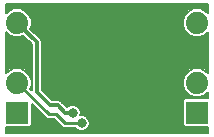
<source format=gbl>
G75*
%MOIN*%
%OFA0B0*%
%FSLAX25Y25*%
%IPPOS*%
%LPD*%
%AMOC8*
5,1,8,0,0,1.08239X$1,22.5*
%
%ADD10R,0.07400X0.07400*%
%ADD11C,0.07400*%
%ADD12C,0.03200*%
%ADD13C,0.01000*%
%ADD14C,0.01200*%
%ADD15C,0.00600*%
D10*
X0014867Y0012167D03*
X0074867Y0012167D03*
D11*
X0074867Y0022167D03*
X0074867Y0032167D03*
X0074867Y0042167D03*
X0014867Y0042167D03*
X0014867Y0032167D03*
X0014867Y0022167D03*
D12*
X0024867Y0021167D03*
X0028867Y0021167D03*
X0032867Y0021167D03*
X0033367Y0012167D03*
X0036367Y0008667D03*
X0027367Y0007167D03*
X0022867Y0007167D03*
X0048867Y0024167D03*
X0051867Y0021167D03*
X0055867Y0021167D03*
X0059867Y0021167D03*
X0062867Y0024167D03*
X0059367Y0012167D03*
X0059367Y0008167D03*
X0063767Y0008167D03*
X0068167Y0008167D03*
X0057367Y0037667D03*
X0051367Y0037667D03*
X0051367Y0041667D03*
X0051367Y0045667D03*
D13*
X0025367Y0011667D02*
X0014867Y0022167D01*
X0025367Y0011667D02*
X0027867Y0011667D01*
X0030867Y0008667D01*
X0036367Y0008667D01*
D14*
X0033367Y0012167D02*
X0030867Y0012167D01*
X0028367Y0014667D01*
X0025867Y0014667D01*
X0021367Y0019167D01*
X0021367Y0035667D01*
X0014867Y0042167D01*
D15*
X0011167Y0007367D02*
X0011167Y0005467D01*
X0078488Y0005467D01*
X0078488Y0007367D01*
X0070711Y0007367D01*
X0070067Y0008011D01*
X0070067Y0016322D01*
X0070711Y0016967D01*
X0078488Y0016967D01*
X0078488Y0019000D01*
X0077586Y0018097D01*
X0075821Y0017367D01*
X0073912Y0017367D01*
X0072148Y0018097D01*
X0070797Y0019448D01*
X0070067Y0021212D01*
X0070067Y0023121D01*
X0070797Y0024886D01*
X0072148Y0026236D01*
X0073912Y0026967D01*
X0075821Y0026967D01*
X0077586Y0026236D01*
X0078488Y0025334D01*
X0078488Y0039000D01*
X0077586Y0038097D01*
X0075821Y0037367D01*
X0073912Y0037367D01*
X0072148Y0038097D01*
X0070797Y0039448D01*
X0070067Y0041212D01*
X0070067Y0043121D01*
X0070797Y0044886D01*
X0072148Y0046236D01*
X0073912Y0046967D01*
X0075821Y0046967D01*
X0077586Y0046236D01*
X0078488Y0045334D01*
X0078488Y0048567D01*
X0011167Y0048567D01*
X0011167Y0045255D01*
X0012148Y0046236D01*
X0013912Y0046967D01*
X0015821Y0046967D01*
X0017586Y0046236D01*
X0018936Y0044886D01*
X0019667Y0043121D01*
X0019667Y0041212D01*
X0019245Y0040193D01*
X0023067Y0036371D01*
X0023067Y0019871D01*
X0026571Y0016367D01*
X0029071Y0016367D01*
X0030067Y0015371D01*
X0031410Y0014028D01*
X0031837Y0014456D01*
X0032830Y0014867D01*
X0033904Y0014867D01*
X0034896Y0014456D01*
X0035656Y0013696D01*
X0036067Y0012704D01*
X0036067Y0011630D01*
X0035958Y0011367D01*
X0036904Y0011367D01*
X0037896Y0010956D01*
X0038656Y0010196D01*
X0039067Y0009204D01*
X0039067Y0008130D01*
X0038656Y0007137D01*
X0037896Y0006378D01*
X0036904Y0005967D01*
X0035830Y0005967D01*
X0034837Y0006378D01*
X0034148Y0007067D01*
X0030204Y0007067D01*
X0027204Y0010067D01*
X0024704Y0010067D01*
X0019667Y0015104D01*
X0019667Y0008011D01*
X0019022Y0007367D01*
X0011167Y0007367D01*
X0011167Y0007159D02*
X0030111Y0007159D01*
X0029513Y0007758D02*
X0019413Y0007758D01*
X0019667Y0008356D02*
X0028914Y0008356D01*
X0028316Y0008955D02*
X0019667Y0008955D01*
X0019667Y0009553D02*
X0027717Y0009553D01*
X0024619Y0010152D02*
X0019667Y0010152D01*
X0019667Y0010750D02*
X0024020Y0010750D01*
X0023422Y0011349D02*
X0019667Y0011349D01*
X0019667Y0011947D02*
X0022823Y0011947D01*
X0022225Y0012546D02*
X0019667Y0012546D01*
X0019667Y0013144D02*
X0021626Y0013144D01*
X0021028Y0013743D02*
X0019667Y0013743D01*
X0019667Y0014341D02*
X0020429Y0014341D01*
X0019831Y0014940D02*
X0019667Y0014940D01*
X0025005Y0017932D02*
X0072546Y0017932D01*
X0071714Y0018531D02*
X0024407Y0018531D01*
X0023808Y0019129D02*
X0071116Y0019129D01*
X0070681Y0019728D02*
X0023210Y0019728D01*
X0023067Y0020326D02*
X0070433Y0020326D01*
X0070185Y0020925D02*
X0023067Y0020925D01*
X0023067Y0021523D02*
X0070067Y0021523D01*
X0070067Y0022122D02*
X0023067Y0022122D01*
X0023067Y0022721D02*
X0070067Y0022721D01*
X0070149Y0023319D02*
X0023067Y0023319D01*
X0023067Y0023918D02*
X0070396Y0023918D01*
X0070644Y0024516D02*
X0023067Y0024516D01*
X0023067Y0025115D02*
X0071026Y0025115D01*
X0071625Y0025713D02*
X0023067Y0025713D01*
X0023067Y0026312D02*
X0072330Y0026312D01*
X0073775Y0026910D02*
X0023067Y0026910D01*
X0023067Y0027509D02*
X0078488Y0027509D01*
X0078488Y0028107D02*
X0023067Y0028107D01*
X0023067Y0028706D02*
X0078488Y0028706D01*
X0078488Y0029304D02*
X0023067Y0029304D01*
X0023067Y0029903D02*
X0078488Y0029903D01*
X0078488Y0030501D02*
X0023067Y0030501D01*
X0023067Y0031100D02*
X0078488Y0031100D01*
X0078488Y0031698D02*
X0023067Y0031698D01*
X0023067Y0032297D02*
X0078488Y0032297D01*
X0078488Y0032895D02*
X0023067Y0032895D01*
X0023067Y0033494D02*
X0078488Y0033494D01*
X0078488Y0034092D02*
X0023067Y0034092D01*
X0023067Y0034691D02*
X0078488Y0034691D01*
X0078488Y0035289D02*
X0023067Y0035289D01*
X0023067Y0035888D02*
X0078488Y0035888D01*
X0078488Y0036486D02*
X0022951Y0036486D01*
X0022353Y0037085D02*
X0078488Y0037085D01*
X0078488Y0037683D02*
X0076586Y0037683D01*
X0077770Y0038282D02*
X0078488Y0038282D01*
X0078488Y0038880D02*
X0078369Y0038880D01*
X0073147Y0037683D02*
X0021754Y0037683D01*
X0021156Y0038282D02*
X0071963Y0038282D01*
X0071365Y0038880D02*
X0020557Y0038880D01*
X0019959Y0039479D02*
X0070785Y0039479D01*
X0070537Y0040077D02*
X0019360Y0040077D01*
X0019445Y0040676D02*
X0070289Y0040676D01*
X0070067Y0041274D02*
X0019667Y0041274D01*
X0019667Y0041873D02*
X0070067Y0041873D01*
X0070067Y0042471D02*
X0019667Y0042471D01*
X0019667Y0043070D02*
X0070067Y0043070D01*
X0070293Y0043668D02*
X0019440Y0043668D01*
X0019192Y0044267D02*
X0070541Y0044267D01*
X0070789Y0044865D02*
X0018944Y0044865D01*
X0018358Y0045464D02*
X0071376Y0045464D01*
X0071974Y0046062D02*
X0017759Y0046062D01*
X0016559Y0046661D02*
X0073174Y0046661D01*
X0076559Y0046661D02*
X0078488Y0046661D01*
X0078488Y0047259D02*
X0011167Y0047259D01*
X0011167Y0046661D02*
X0013174Y0046661D01*
X0011974Y0046062D02*
X0011167Y0046062D01*
X0011167Y0045464D02*
X0011376Y0045464D01*
X0011167Y0047858D02*
X0078488Y0047858D01*
X0078488Y0048456D02*
X0011167Y0048456D01*
X0011167Y0039078D02*
X0012148Y0038097D01*
X0013912Y0037367D01*
X0015821Y0037367D01*
X0016840Y0037789D01*
X0019667Y0034962D01*
X0019667Y0019629D01*
X0019203Y0020093D01*
X0019667Y0021212D01*
X0019667Y0023121D01*
X0018936Y0024886D01*
X0017586Y0026236D01*
X0015821Y0026967D01*
X0013912Y0026967D01*
X0012148Y0026236D01*
X0011167Y0025255D01*
X0011167Y0039078D01*
X0011167Y0038880D02*
X0011365Y0038880D01*
X0011167Y0038282D02*
X0011963Y0038282D01*
X0011167Y0037683D02*
X0013147Y0037683D01*
X0011167Y0037085D02*
X0017544Y0037085D01*
X0016946Y0037683D02*
X0016586Y0037683D01*
X0018143Y0036486D02*
X0011167Y0036486D01*
X0011167Y0035888D02*
X0018741Y0035888D01*
X0019340Y0035289D02*
X0011167Y0035289D01*
X0011167Y0034691D02*
X0019667Y0034691D01*
X0019667Y0034092D02*
X0011167Y0034092D01*
X0011167Y0033494D02*
X0019667Y0033494D01*
X0019667Y0032895D02*
X0011167Y0032895D01*
X0011167Y0032297D02*
X0019667Y0032297D01*
X0019667Y0031698D02*
X0011167Y0031698D01*
X0011167Y0031100D02*
X0019667Y0031100D01*
X0019667Y0030501D02*
X0011167Y0030501D01*
X0011167Y0029903D02*
X0019667Y0029903D01*
X0019667Y0029304D02*
X0011167Y0029304D01*
X0011167Y0028706D02*
X0019667Y0028706D01*
X0019667Y0028107D02*
X0011167Y0028107D01*
X0011167Y0027509D02*
X0019667Y0027509D01*
X0019667Y0026910D02*
X0015958Y0026910D01*
X0017403Y0026312D02*
X0019667Y0026312D01*
X0019667Y0025713D02*
X0018108Y0025713D01*
X0018707Y0025115D02*
X0019667Y0025115D01*
X0019667Y0024516D02*
X0019089Y0024516D01*
X0019337Y0023918D02*
X0019667Y0023918D01*
X0019667Y0023319D02*
X0019585Y0023319D01*
X0019667Y0022721D02*
X0019667Y0022721D01*
X0019667Y0022122D02*
X0019667Y0022122D01*
X0019667Y0021523D02*
X0019667Y0021523D01*
X0019667Y0020925D02*
X0019548Y0020925D01*
X0019667Y0020326D02*
X0019300Y0020326D01*
X0019568Y0019728D02*
X0019667Y0019728D01*
X0025604Y0017334D02*
X0078488Y0017334D01*
X0078488Y0017932D02*
X0077187Y0017932D01*
X0078019Y0018531D02*
X0078488Y0018531D01*
X0070480Y0016735D02*
X0026202Y0016735D01*
X0029301Y0016137D02*
X0070067Y0016137D01*
X0070067Y0015538D02*
X0029899Y0015538D01*
X0030498Y0014940D02*
X0070067Y0014940D01*
X0070067Y0014341D02*
X0035010Y0014341D01*
X0035609Y0013743D02*
X0070067Y0013743D01*
X0070067Y0013144D02*
X0035884Y0013144D01*
X0036067Y0012546D02*
X0070067Y0012546D01*
X0070067Y0011947D02*
X0036067Y0011947D01*
X0036947Y0011349D02*
X0070067Y0011349D01*
X0070067Y0010750D02*
X0038101Y0010750D01*
X0038674Y0010152D02*
X0070067Y0010152D01*
X0070067Y0009553D02*
X0038922Y0009553D01*
X0039067Y0008955D02*
X0070067Y0008955D01*
X0070067Y0008356D02*
X0039067Y0008356D01*
X0038913Y0007758D02*
X0070320Y0007758D01*
X0078488Y0007159D02*
X0038665Y0007159D01*
X0038079Y0006561D02*
X0078488Y0006561D01*
X0078488Y0005962D02*
X0011167Y0005962D01*
X0011167Y0006561D02*
X0034654Y0006561D01*
X0031723Y0014341D02*
X0031096Y0014341D01*
X0012330Y0026312D02*
X0011167Y0026312D01*
X0011167Y0026910D02*
X0013775Y0026910D01*
X0011625Y0025713D02*
X0011167Y0025713D01*
X0075958Y0026910D02*
X0078488Y0026910D01*
X0078488Y0026312D02*
X0077403Y0026312D01*
X0078108Y0025713D02*
X0078488Y0025713D01*
X0078358Y0045464D02*
X0078488Y0045464D01*
X0078488Y0046062D02*
X0077759Y0046062D01*
M02*

</source>
